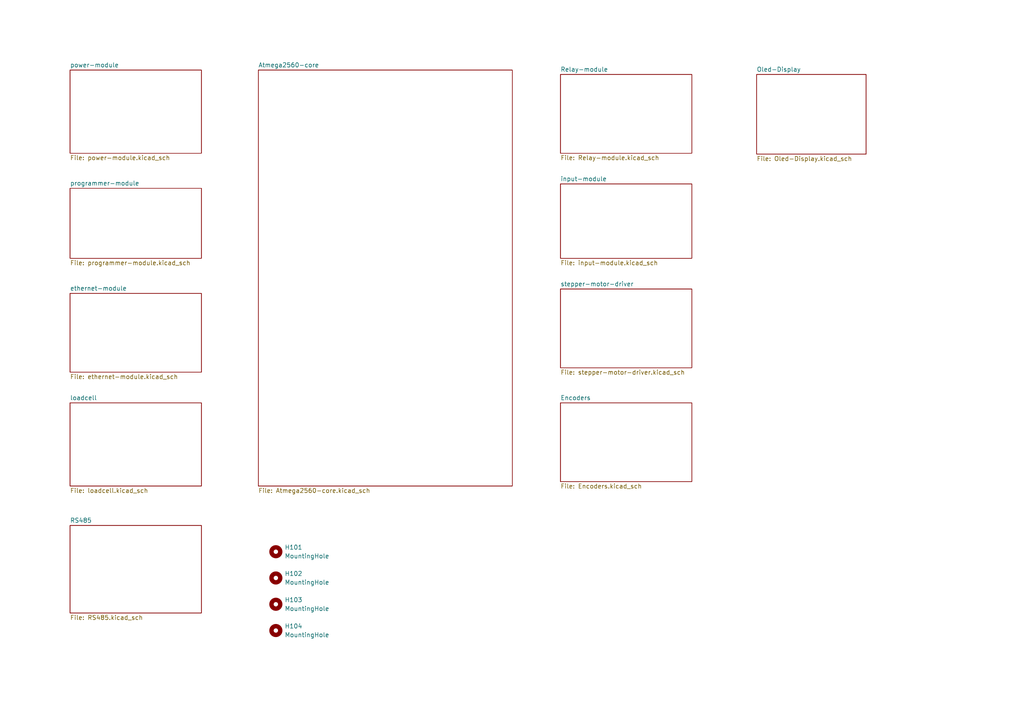
<source format=kicad_sch>
(kicad_sch (version 20250114) (generator "eeschema") (generator_version "9.0")
  (paper "A4")
  (lib_symbols
    (symbol "Mechanical:MountingHole" (pin_names (offset 1.016)) (in_bom no)
      (property "Reference" "H" (at 0 5.08 0))
      (property "Value" "MountingHole" (at 0 3.175 0))
      (symbol "MountingHole_0_1"
        (circle (center 0 0) (radius 1.27) (stroke (width 1.27)))
      )
    )
  )
  (symbol (lib_id "Mechanical:MountingHole") (at 80.01 160.02 0) (unit 1) (in_bom no)
    (property "Reference" "H101" (at 82.55 158.7499 0) (effects (justify left)))
    (property "Value" "MountingHole" (at 82.55 161.2899 0) (effects (justify left)))
    (property "Footprint" "MountingHole:MountingHole_3mm_Pad_TopBottom" (effects (hide yes)))
    (property "Description" "Mounting Hole without connection" (effects (hide yes)))
  )
  (symbol (lib_id "Mechanical:MountingHole") (at 80.01 167.64 0) (unit 1) (in_bom no)
    (property "Reference" "H102" (at 82.55 166.3699 0) (effects (justify left)))
    (property "Value" "MountingHole" (at 82.55 168.9099 0) (effects (justify left)))
    (property "Footprint" "MountingHole:MountingHole_3mm_Pad_TopBottom" (effects (hide yes)))
    (property "Description" "Mounting Hole without connection" (effects (hide yes)))
  )
  (symbol (lib_id "Mechanical:MountingHole") (at 80.01 182.88 0) (unit 1) (in_bom no)
    (property "Reference" "H104" (at 82.55 181.6099 0) (effects (justify left)))
    (property "Value" "MountingHole" (at 82.55 184.1499 0) (effects (justify left)))
    (property "Footprint" "MountingHole:MountingHole_3mm_Pad_TopBottom" (effects (hide yes)))
    (property "Description" "Mounting Hole without connection" (effects (hide yes)))
  )
  (symbol (lib_id "Mechanical:MountingHole") (at 80.01 175.26 0) (unit 1) (in_bom no)
    (property "Reference" "H103" (at 82.55 173.9899 0) (effects (justify left)))
    (property "Value" "MountingHole" (at 82.55 176.5299 0) (effects (justify left)))
    (property "Footprint" "MountingHole:MountingHole_3mm_Pad_TopBottom" (effects (hide yes)))
    (property "Description" "Mounting Hole without connection" (effects (hide yes)))
  )
  (sheet (at 20.32 20.32) (size 38.1 24.13) (stroke (width 0.1524))
    (property "Sheetname" "power-module" (at 20.32 19.6084 0) (effects (justify left bottom)))
    (property "Sheetfile" "power-module.kicad_sch" (at 20.32 45.0346 0) (effects (justify left top)))
  )
  (sheet (at 20.32 116.84) (size 38.1 24.13) (stroke (width 0.1524))
    (property "Sheetname" "loadcell" (at 20.32 116.1284 0) (effects (justify left bottom)))
    (property "Sheetfile" "loadcell.kicad_sch" (at 20.32 141.5546 0) (effects (justify left top)))
  )
  (sheet (at 219.456 21.59) (size 31.75 23.114) (stroke (width 0.1524))
    (property "Sheetname" "Oled-Display" (at 219.456 20.8784 0) (effects (justify left bottom)))
    (property "Sheetfile" "Oled-Display.kicad_sch" (at 219.456 45.2886 0) (effects (justify left top)))
  )
  (sheet (at 162.56 116.84) (size 38.1 22.86) (stroke (width 0.1524))
    (property "Sheetname" "Encoders" (at 162.56 116.1284 0) (effects (justify left bottom)))
    (property "Sheetfile" "Encoders.kicad_sch" (at 162.56 140.2846 0) (effects (justify left top)))
  )
  (sheet (at 162.56 21.59) (size 38.1 22.86) (stroke (width 0.1524))
    (property "Sheetname" "Relay-module" (at 162.56 20.8784 0) (effects (justify left bottom)))
    (property "Sheetfile" "Relay-module.kicad_sch" (at 162.56 45.0346 0) (effects (justify left top)))
  )
  (sheet (at 74.93 20.32) (size 73.66 120.65) (stroke (width 0.1524))
    (property "Sheetname" "Atmega2560-core" (at 74.93 19.6084 0) (effects (justify left bottom)))
    (property "Sheetfile" "Atmega2560-core.kicad_sch" (at 74.93 141.5546 0) (effects (justify left top)))
  )
  (sheet (at 20.32 152.4) (size 38.1 25.4) (stroke (width 0.1524))
    (property "Sheetname" "RS485" (at 20.32 151.6884 0) (effects (justify left bottom)))
    (property "Sheetfile" "RS485.kicad_sch" (at 20.32 178.3846 0) (effects (justify left top)))
  )
  (sheet (at 162.56 83.82) (size 38.1 22.86) (stroke (width 0.1524))
    (property "Sheetname" "stepper-motor-driver" (at 162.56 83.1084 0) (effects (justify left bottom)))
    (property "Sheetfile" "stepper-motor-driver.kicad_sch" (at 162.56 107.2646 0) (effects (justify left top)))
  )
  (sheet (at 20.32 54.61) (size 38.1 20.32) (stroke (width 0.1524))
    (property "Sheetname" "programmer-module" (at 20.32 53.8984 0) (effects (justify left bottom)))
    (property "Sheetfile" "programmer-module.kicad_sch" (at 20.32 75.5146 0) (effects (justify left top)))
  )
  (sheet (at 162.56 53.34) (size 38.1 21.59) (stroke (width 0.1524))
    (property "Sheetname" "input-module" (at 162.56 52.6284 0) (effects (justify left bottom)))
    (property "Sheetfile" "input-module.kicad_sch" (at 162.56 75.5146 0) (effects (justify left top)))
  )
  (sheet (at 20.32 85.09) (size 38.1 22.86) (stroke (width 0.1524))
    (property "Sheetname" "ethernet-module" (at 20.32 84.3784 0) (effects (justify left bottom)))
    (property "Sheetfile" "ethernet-module.kicad_sch" (at 20.32 108.5346 0) (effects (justify left top)))
  )
)
</source>
